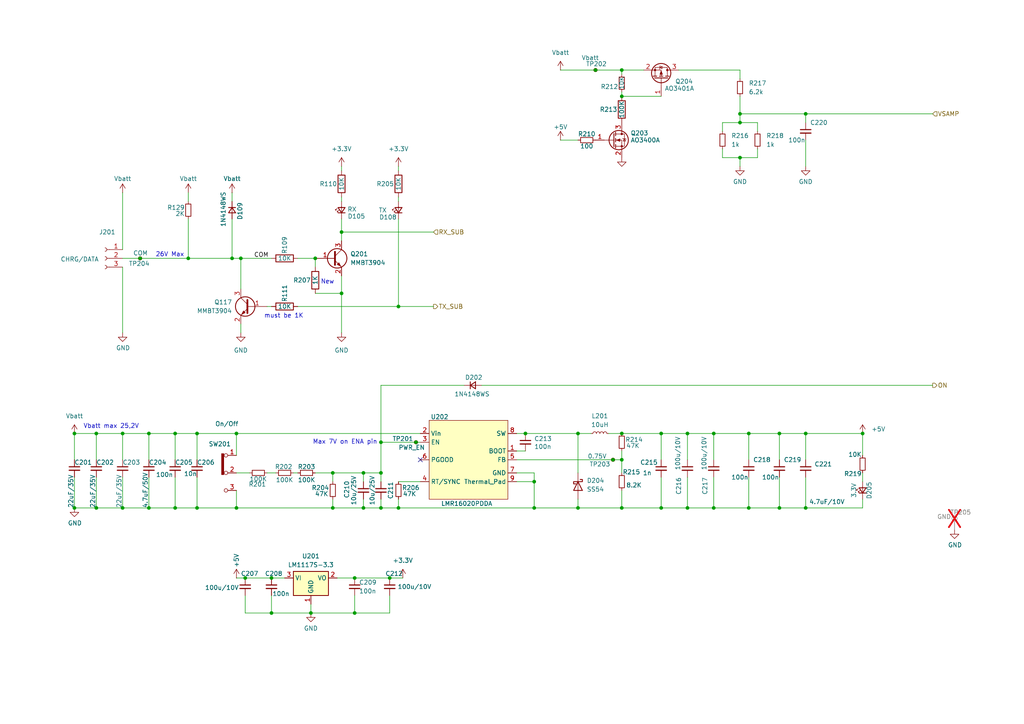
<source format=kicad_sch>
(kicad_sch (version 20250114) (generator "eeschema") (generator_version "9.0")
  (paper "A4")
  (lib_symbols
    (symbol "+3.3V_1" (power) (pin_numbers (hide yes)) (pin_names (offset 0) (hide yes))
      (property "Value" "+3.3V" (at 0 3.556 0))
      (symbol "+3.3V_1_0_1"
        (polyline (pts (xy -0.762 1.27) (xy 0 2.54)))
        (polyline (pts (xy 0 2.54) (xy 0.762 1.27)))
        (polyline (pts (xy 0 0) (xy 0 2.54)))
      )
      (symbol "+3.3V_1_1_1"
        (pin power_in line (at 0 0 90) (length 0) (name "~") (number "1"))
      )
    )
    (symbol "Connector:Conn_01x03_Socket" (pin_names (offset 1.016) (hide yes))
      (property "Reference" "J" (at 0 5.08 0))
      (property "Value" "Conn_01x03_Socket" (at 0 -5.08 0))
      (symbol "Conn_01x03_Socket_1_1"
        (polyline (pts (xy -1.27 2.54) (xy -0.508 2.54)) (stroke (width 0.1524)))
        (polyline (pts (xy -1.27 0) (xy -0.508 0)) (stroke (width 0.1524)))
        (polyline (pts (xy -1.27 -2.54) (xy -0.508 -2.54)) (stroke (width 0.1524)))
        (arc (start 0 2.032) (mid -0.5058 2.54) (end 0 3.048) (stroke (width 0.1524)))
        (arc (start 0 -0.508) (mid -0.5058 0) (end 0 0.508) (stroke (width 0.1524)))
        (arc (start 0 -3.048) (mid -0.5058 -2.54) (end 0 -2.032) (stroke (width 0.1524)))
        (pin passive line (at -5.08 2.54 0) (length 3.81) (name "Pin_1") (number "1"))
        (pin passive line (at -5.08 0 0) (length 3.81) (name "Pin_2") (number "2"))
        (pin passive line (at -5.08 -2.54 0) (length 3.81) (name "Pin_3") (number "3"))
      )
    )
    (symbol "Connector:TestPoint" (pin_numbers (hide yes)) (pin_names (offset 0.762) (hide yes))
      (property "Reference" "TP" (at 0 6.858 0))
      (property "Value" "TestPoint" (at 0 5.08 0))
      (symbol "TestPoint_0_1"
        (circle (center 0 3.302) (radius 0.762))
      )
      (symbol "TestPoint_1_1"
        (pin passive line (at 0 0 90) (length 2.54) (name "1") (number "1"))
      )
    )
    (symbol "Connector:TestPoint_Small" (pin_numbers (hide yes)) (pin_names (offset 0.762) (hide yes))
      (property "Reference" "TP" (at 0 3.81 0))
      (property "Value" "TestPoint_Small" (at 0 2.032 0))
      (symbol "TestPoint_Small_0_1"
        (circle (center 0 0) (radius 0.508))
      )
      (symbol "TestPoint_Small_1_1"
        (pin passive line (at 0 0 90) (length 0) (name "1") (number "1"))
      )
    )
    (symbol "Device:C_Small" (pin_numbers (hide yes)) (pin_names (offset 0.254) (hide yes))
      (property "Reference" "C" (at 0.254 1.778 0))
      (property "Value" "C_Small" (at 0.254 -2.032 0))
      (symbol "C_Small_0_1"
        (polyline (pts (xy -1.524 0.508) (xy 1.524 0.508)) (stroke (width 0.3048)))
        (polyline (pts (xy -1.524 -0.508) (xy 1.524 -0.508)) (stroke (width 0.3302)))
      )
      (symbol "C_Small_1_1"
        (pin passive line (at 0 2.54 270) (length 2.032) (name "~") (number "1"))
        (pin passive line (at 0 -2.54 90) (length 2.032) (name "~") (number "2"))
      )
    )
    (symbol "Device:D_Schottky" (pin_numbers (hide yes)) (pin_names (offset 1.016) (hide yes))
      (property "Reference" "D" (at 0 2.54 0))
      (property "Value" "D_Schottky" (at 0 -2.54 0))
      (symbol "D_Schottky_0_1"
        (polyline (pts (xy -1.905 0.635) (xy -1.905 1.27) (xy -1.27 1.27) (xy -1.27 -1.27) (xy -0.635 -1.27) (xy -0.635 -0.635)) (stroke (width 0.254)))
        (polyline (pts (xy 1.27 1.27) (xy 1.27 -1.27) (xy -1.27 0) (xy 1.27 1.27)) (stroke (width 0.254)))
        (polyline (pts (xy 1.27 0) (xy -1.27 0)))
      )
      (symbol "D_Schottky_1_1"
        (pin passive line (at -3.81 0 0) (length 2.54) (name "K") (number "1"))
        (pin passive line (at 3.81 0 180) (length 2.54) (name "A") (number "2"))
      )
    )
    (symbol "Device:D_Small" (pin_numbers (hide yes)) (pin_names (offset 0.254) (hide yes))
      (property "Reference" "D" (at -1.27 2.032 0))
      (property "Value" "D_Small" (at -3.81 -2.032 0))
      (symbol "D_Small_0_1"
        (polyline (pts (xy -0.762 0) (xy 0.762 0)))
        (polyline (pts (xy -0.762 -1.016) (xy -0.762 1.016)) (stroke (width 0.254)))
        (polyline (pts (xy 0.762 -1.016) (xy -0.762 0) (xy 0.762 1.016) (xy 0.762 -1.016)) (stroke (width 0.254)))
      )
      (symbol "D_Small_1_1"
        (pin passive line (at -2.54 0 0) (length 1.778) (name "K") (number "1"))
        (pin passive line (at 2.54 0 180) (length 1.778) (name "A") (number "2"))
      )
    )
    (symbol "Device:LED_Small" (pin_numbers (hide yes)) (pin_names (offset 0.254) (hide yes))
      (property "Reference" "D" (at -1.27 3.175 0))
      (property "Value" "LED_Small" (at -4.445 -2.54 0))
      (symbol "LED_Small_0_1"
        (polyline (pts (xy -0.762 -1.016) (xy -0.762 1.016)) (stroke (width 0.254)))
        (polyline (pts (xy 0 0.762) (xy -0.508 1.27) (xy -0.254 1.27) (xy -0.508 1.27) (xy -0.508 1.016)))
        (polyline (pts (xy 0.508 1.27) (xy 0 1.778) (xy 0.254 1.778) (xy 0 1.778) (xy 0 1.524)))
        (polyline (pts (xy 0.762 -1.016) (xy -0.762 0) (xy 0.762 1.016) (xy 0.762 -1.016)) (stroke (width 0.254)))
        (polyline (pts (xy 1.016 0) (xy -0.762 0)))
      )
      (symbol "LED_Small_1_1"
        (pin passive line (at -2.54 0 0) (length 1.778) (name "K") (number "1"))
        (pin passive line (at 2.54 0 180) (length 1.778) (name "A") (number "2"))
      )
    )
    (symbol "Device:L_Small" (pin_numbers (hide yes)) (pin_names (offset 0.254) (hide yes))
      (property "Reference" "L" (at 0.762 1.016 0))
      (property "Value" "L_Small" (at 0.762 -1.016 0))
      (symbol "L_Small_0_1"
        (arc (start 0 2.032) (mid 0.5058 1.524) (end 0 1.016))
        (arc (start 0 1.016) (mid 0.5058 0.508) (end 0 0))
        (arc (start 0 0) (mid 0.5058 -0.508) (end 0 -1.016))
        (arc (start 0 -1.016) (mid 0.5058 -1.524) (end 0 -2.032))
      )
      (symbol "L_Small_1_1"
        (pin passive line (at 0 2.54 270) (length 0.508) (name "~") (number "1"))
        (pin passive line (at 0 -2.54 90) (length 0.508) (name "~") (number "2"))
      )
    )
    (symbol "Device:R" (pin_numbers (hide yes)) (pin_names (offset 0))
      (property "Reference" "R" (at 2.032 0 90))
      (property "Value" "R" (at 0 0 90))
      (symbol "R_0_1"
        (rectangle (start -1.016 -2.54) (end 1.016 2.54) (stroke (width 0.254)))
      )
      (symbol "R_1_1"
        (pin passive line (at 0 3.81 270) (length 1.27) (name "~") (number "1"))
        (pin passive line (at 0 -3.81 90) (length 1.27) (name "~") (number "2"))
      )
    )
    (symbol "Device:R_Small" (pin_numbers (hide yes)) (pin_names (offset 0.254) (hide yes))
      (property "Reference" "R" (at 0.762 0.508 0))
      (property "Value" "R_Small" (at 0.762 -1.016 0))
      (symbol "R_Small_0_1"
        (rectangle (start -0.762 1.778) (end 0.762 -1.778) (stroke (width 0.2032)))
      )
      (symbol "R_Small_1_1"
        (pin passive line (at 0 2.54 270) (length 0.762) (name "~") (number "1"))
        (pin passive line (at 0 -2.54 90) (length 0.762) (name "~") (number "2"))
      )
    )
    (symbol "NicE:LMR16020"
      (property "Reference" "U" (at -11.43 13.97 0))
      (property "Value" "LMR16020PDDA" (at 0 6.604 0))
      (symbol "LMR16020_1_1"
        (rectangle (start -12.7 12.7) (end 10.16 -10.16) (fill (type background)))
        (pin input line (at -15.24 8.89 0) (length 2.54) (name "Vin") (number "2"))
        (pin passive line (at -15.24 6.35 0) (length 2.54) (name "EN") (number "3"))
        (pin output line (at -15.24 1.27 0) (length 2.54) (name "PGOOD") (number "6"))
        (pin input line (at -15.24 -5.08 0) (length 2.54) (name "RT/SYNC") (number "4"))
        (pin output line (at 12.7 8.89 180) (length 2.54) (name "SW") (number "8"))
        (pin passive line (at 12.7 3.81 180) (length 2.54) (name "BOOT") (number "1"))
        (pin input line (at 12.7 1.27 180) (length 2.54) (name "FB") (number "5"))
        (pin passive line (at 12.7 -2.54 180) (length 2.54) (name "GND") (number "7"))
        (pin passive line (at 12.7 -5.08 180) (length 2.54) (name "Thermal_Pad") (number "9"))
      )
    )
    (symbol "NicE:SW_slide_SP"
      (property "Reference" "SW" (at 1.524 6.858 0))
      (property "Value" "?" (at 2.54 0 0))
      (symbol "SW_slide_SP_0_0"
        (circle (center 0.508 5.08) (radius 0.508))
        (circle (center 0.508 -5.08) (radius 0.508))
      )
      (symbol "SW_slide_SP_0_1"
        (circle (center 0.508 0) (radius 0.508))
      )
      (symbol "SW_slide_SP_1_1"
        (rectangle (start 1.143 5.588) (end 1.778 -0.508) (fill (type outline)))
        (pin passive line (at -2.54 5.08 0) (length 2.54) (name "") (number "1"))
        (pin passive line (at -2.54 0 0) (length 2.54) (name "") (number "2"))
        (pin passive line (at -2.54 -5.08 0) (length 2.54) (name "") (number "3"))
      )
    )
    (symbol "Regulator_Linear:LM1117DT-3.3"
      (property "Reference" "U" (at -3.81 3.175 0))
      (property "Value" "LM1117DT-3.3" (at 0 3.175 0))
      (symbol "LM1117DT-3.3_0_1"
        (rectangle (start -5.08 -5.08) (end 5.08 1.905) (stroke (width 0.254)) (fill (type background)))
      )
      (symbol "LM1117DT-3.3_1_1"
        (pin power_in line (at -7.62 0 0) (length 2.54) (name "VI") (number "3"))
        (pin power_in line (at 0 -7.62 90) (length 2.54) (name "GND") (number "1"))
        (pin power_out line (at 7.62 0 180) (length 2.54) (name "VO") (number "2"))
      )
    )
    (symbol "Transistor_BJT:BC847" (pin_names (offset 0) (hide yes))
      (property "Reference" "Q" (at 5.08 1.905 0))
      (property "Value" "BC847" (at 5.08 0 0))
      (symbol "BC847_0_1"
        (polyline (pts (xy 0.635 1.905) (xy 0.635 -1.905) (xy 0.635 -1.905)) (stroke (width 0.508)))
        (polyline (pts (xy 0.635 0.635) (xy 2.54 2.54)))
        (polyline (pts (xy 0.635 -0.635) (xy 2.54 -2.54) (xy 2.54 -2.54)))
        (circle (center 1.27 0) (radius 2.8194) (stroke (width 0.254)))
        (polyline (pts (xy 1.27 -1.778) (xy 1.778 -1.27) (xy 2.286 -2.286) (xy 1.27 -1.778) (xy 1.27 -1.778)) (fill (type outline)))
      )
      (symbol "BC847_1_1"
        (pin input line (at -5.08 0 0) (length 5.715) (name "B") (number "1"))
        (pin passive line (at 2.54 5.08 270) (length 2.54) (name "C") (number "3"))
        (pin passive line (at 2.54 -5.08 90) (length 2.54) (name "E") (number "2"))
      )
    )
    (symbol "Transistor_FET:2N7002" (pin_names (hide yes))
      (property "Reference" "Q" (at 5.08 1.905 0))
      (property "Value" "2N7002" (at 5.08 0 0))
      (symbol "2N7002_0_1"
        (polyline (pts (xy 0.254 1.905) (xy 0.254 -1.905)) (stroke (width 0.254)))
        (polyline (pts (xy 0.254 0) (xy -2.54 0)))
        (polyline (pts (xy 0.762 2.286) (xy 0.762 1.27)) (stroke (width 0.254)))
        (polyline (pts (xy 0.762 0.508) (xy 0.762 -0.508)) (stroke (width 0.254)))
        (polyline (pts (xy 0.762 -1.27) (xy 0.762 -2.286)) (stroke (width 0.254)))
        (polyline (pts (xy 0.762 -1.778) (xy 3.302 -1.778) (xy 3.302 1.778) (xy 0.762 1.778)))
        (polyline (pts (xy 1.016 0) (xy 2.032 0.381) (xy 2.032 -0.381) (xy 1.016 0)) (fill (type outline)))
        (circle (center 1.651 0) (radius 2.794) (stroke (width 0.254)))
        (polyline (pts (xy 2.54 2.54) (xy 2.54 1.778)))
        (circle (center 2.54 1.778) (radius 0.254) (fill (type outline)))
        (circle (center 2.54 -1.778) (radius 0.254) (fill (type outline)))
        (polyline (pts (xy 2.54 -2.54) (xy 2.54 0) (xy 0.762 0)))
        (polyline (pts (xy 2.794 0.508) (xy 2.921 0.381) (xy 3.683 0.381) (xy 3.81 0.254)))
        (polyline (pts (xy 3.302 0.381) (xy 2.921 -0.254) (xy 3.683 -0.254) (xy 3.302 0.381)))
      )
      (symbol "2N7002_1_1"
        (pin input line (at -5.08 0 0) (length 2.54) (name "G") (number "1"))
        (pin passive line (at 2.54 5.08 270) (length 2.54) (name "D") (number "3"))
        (pin passive line (at 2.54 -5.08 90) (length 2.54) (name "S") (number "2"))
      )
    )
    (symbol "Transistor_FET:AO3401A" (pin_names (hide yes))
      (property "Reference" "Q" (at 5.08 1.905 0))
      (property "Value" "AO3401A" (at 5.08 0 0))
      (symbol "AO3401A_0_1"
        (polyline (pts (xy 0.254 1.905) (xy 0.254 -1.905)) (stroke (width 0.254)))
        (polyline (pts (xy 0.254 0) (xy -2.54 0)))
        (polyline (pts (xy 0.762 2.286) (xy 0.762 1.27)) (stroke (width 0.254)))
        (polyline (pts (xy 0.762 1.778) (xy 3.302 1.778) (xy 3.302 -1.778) (xy 0.762 -1.778)))
        (polyline (pts (xy 0.762 0.508) (xy 0.762 -0.508)) (stroke (width 0.254)))
        (polyline (pts (xy 0.762 -1.27) (xy 0.762 -2.286)) (stroke (width 0.254)))
        (circle (center 1.651 0) (radius 2.794) (stroke (width 0.254)))
        (polyline (pts (xy 2.286 0) (xy 1.27 0.381) (xy 1.27 -0.381) (xy 2.286 0)) (fill (type outline)))
        (polyline (pts (xy 2.54 2.54) (xy 2.54 1.778)))
        (circle (center 2.54 1.778) (radius 0.254) (fill (type outline)))
        (circle (center 2.54 -1.778) (radius 0.254) (fill (type outline)))
        (polyline (pts (xy 2.54 -2.54) (xy 2.54 0) (xy 0.762 0)))
        (polyline (pts (xy 2.794 -0.508) (xy 2.921 -0.381) (xy 3.683 -0.381) (xy 3.81 -0.254)))
        (polyline (pts (xy 3.302 -0.381) (xy 2.921 0.254) (xy 3.683 0.254) (xy 3.302 -0.381)))
      )
      (symbol "AO3401A_1_1"
        (pin input line (at -5.08 0 0) (length 2.54) (name "G") (number "1"))
        (pin passive line (at 2.54 5.08 270) (length 2.54) (name "D") (number "3"))
        (pin passive line (at 2.54 -5.08 90) (length 2.54) (name "S") (number "2"))
      )
    )
    (symbol "power:+3.3V" (power) (pin_names (offset 0))
      (property "Value" "+3.3V" (at 0 3.556 0))
      (symbol "+3.3V_0_1"
        (polyline (pts (xy -0.762 1.27) (xy 0 2.54)))
        (polyline (pts (xy 0 2.54) (xy 0.762 1.27)))
        (polyline (pts (xy 0 0) (xy 0 2.54)))
      )
      (symbol "+3.3V_1_1"
        (pin power_in line (at 0 0 90) (length 0) (hide yes) (name "+3.3V") (number "1"))
      )
    )
    (symbol "power:GND" (power) (pin_names (offset 0))
      (property "Value" "GND" (at 0 -3.81 0))
      (symbol "GND_0_1"
        (polyline (pts (xy 0 0) (xy 0 -1.27) (xy 1.27 -1.27) (xy 0 -2.54) (xy -1.27 -1.27) (xy 0 -1.27)))
      )
      (symbol "GND_1_1"
        (pin power_in line (at 0 0 270) (length 0) (hide yes) (name "GND") (number "1"))
      )
    )
  )
  (text "Max 7V on ENA pin" (at 100.076 128.27 0) (effects (font (size 1.27 1.27))))
  (text "Vbatt max 25,2V" (at 32.258 123.698 0) (effects (font (size 1.27 1.27))))
  (text "must be 1K " (at 82.804 91.694 0) (effects (font (size 1.27 1.27))))
  (text "26V Max" (at 49.276 73.914 0) (effects (font (size 1.27 1.27))))
  (text "New" (at 94.996 81.788 0) (effects (font (size 1.27 1.27))))
  (junction (at 191.77 147.32))
  (junction (at 154.94 139.7))
  (junction (at 115.57 147.32))
  (junction (at 54.61 74.93))
  (junction (at 233.68 147.32))
  (junction (at 68.58 125.73))
  (junction (at 199.39 147.32))
  (junction (at 226.06 147.32))
  (junction (at 250.19 125.73))
  (junction (at 110.49 147.32))
  (junction (at 217.17 147.32))
  (junction (at 180.34 133.35))
  (junction (at 180.34 147.32))
  (junction (at 99.06 85.09))
  (junction (at 90.17 177.8))
  (junction (at 96.52 147.32))
  (junction (at 199.39 125.73))
  (junction (at 180.34 125.73))
  (junction (at 50.8 147.32))
  (junction (at 167.64 125.73))
  (junction (at 99.06 67.31))
  (junction (at 214.63 45.72))
  (junction (at 180.34 20.32))
  (junction (at 96.52 137.16))
  (junction (at 177.8 133.35))
  (junction (at 233.68 125.73))
  (junction (at 50.8 125.73))
  (junction (at 214.63 35.56))
  (junction (at 27.94 125.73))
  (junction (at 180.34 27.94))
  (junction (at 207.01 125.73))
  (junction (at 43.18 147.32))
  (junction (at 233.68 33.02))
  (junction (at 214.63 33.02))
  (junction (at 120.65 128.27))
  (junction (at 21.59 147.32))
  (junction (at 27.94 147.32))
  (junction (at 115.57 88.9))
  (junction (at 152.4 125.73))
  (junction (at 154.94 147.32))
  (junction (at 40.64 74.93))
  (junction (at 21.59 125.73))
  (junction (at 167.64 147.32))
  (junction (at 102.87 167.64))
  (junction (at 191.77 125.73))
  (junction (at 172.72 20.32))
  (junction (at 113.03 167.64))
  (junction (at 78.74 167.64))
  (junction (at 71.12 167.64))
  (junction (at 57.15 125.73))
  (junction (at 68.58 147.32))
  (junction (at 110.49 137.16))
  (junction (at 43.18 125.73))
  (junction (at 78.74 177.8))
  (junction (at 57.15 147.32))
  (junction (at 110.49 128.27))
  (junction (at 105.41 137.16))
  (junction (at 35.56 147.32))
  (junction (at 105.41 147.32))
  (junction (at 102.87 177.8))
  (junction (at 226.06 125.73))
  (junction (at 207.01 147.32))
  (junction (at 35.56 125.73))
  (junction (at 217.17 125.73))
  (junction (at 67.31 74.93))
  (junction (at 69.85 74.93))
  (junction (at 91.44 74.93))
  (no_connect (at 121.92 133.35))
  (wire (pts (xy 35.56 55.88) (xy 35.56 72.39)))
  (wire (pts (xy 115.57 63.5) (xy 115.57 88.9)))
  (wire (pts (xy 21.59 147.32) (xy 27.94 147.32)))
  (wire (pts (xy 86.36 74.93) (xy 91.44 74.93)))
  (wire (pts (xy 96.52 137.16) (xy 105.41 137.16)))
  (wire (pts (xy 57.15 125.73) (xy 68.58 125.73)))
  (wire (pts (xy 149.86 130.81) (xy 152.4 130.81)))
  (wire (pts (xy 180.34 27.94) (xy 191.77 27.94)))
  (wire (pts (xy 77.47 137.16) (xy 80.01 137.16)))
  (wire (pts (xy 167.64 144.78) (xy 167.64 147.32)))
  (wire (pts (xy 43.18 125.73) (xy 50.8 125.73)))
  (wire (pts (xy 167.64 147.32) (xy 180.34 147.32)))
  (wire (pts (xy 105.41 144.78) (xy 105.41 147.32)))
  (wire (pts (xy 113.03 167.64) (xy 116.84 167.64)))
  (wire (pts (xy 54.61 55.88) (xy 54.61 58.42)))
  (wire (pts (xy 27.94 138.43) (xy 27.94 147.32)))
  (wire (pts (xy 67.31 74.93) (xy 69.85 74.93)))
  (wire (pts (xy 162.56 40.64) (xy 167.64 40.64)))
  (wire (pts (xy 250.19 144.78) (xy 250.19 147.32)))
  (wire (pts (xy 226.06 125.73) (xy 233.68 125.73)))
  (wire (pts (xy 90.17 177.8) (xy 90.17 175.26)))
  (wire (pts (xy 78.74 172.72) (xy 78.74 177.8)))
  (wire (pts (xy 233.68 125.73) (xy 250.19 125.73)))
  (wire (pts (xy 35.56 125.73) (xy 35.56 133.35)))
  (wire (pts (xy 207.01 125.73) (xy 207.01 133.35)))
  (wire (pts (xy 96.52 147.32) (xy 105.41 147.32)))
  (wire (pts (xy 27.94 147.32) (xy 35.56 147.32)))
  (wire (pts (xy 180.34 130.81) (xy 180.34 133.35)))
  (wire (pts (xy 191.77 147.32) (xy 199.39 147.32)))
  (wire (pts (xy 110.49 137.16) (xy 110.49 139.7)))
  (wire (pts (xy 214.63 27.94) (xy 214.63 33.02)))
  (wire (pts (xy 110.49 128.27) (xy 120.65 128.27)))
  (wire (pts (xy 217.17 138.43) (xy 217.17 147.32)))
  (wire (pts (xy 35.56 77.47) (xy 35.56 96.52)))
  (wire (pts (xy 180.34 125.73) (xy 191.77 125.73)))
  (wire (pts (xy 21.59 125.73) (xy 21.59 133.35)))
  (wire (pts (xy 99.06 49.53) (xy 99.06 48.26)))
  (wire (pts (xy 110.49 111.76) (xy 110.49 128.27)))
  (wire (pts (xy 154.94 147.32) (xy 167.64 147.32)))
  (wire (pts (xy 209.55 35.56) (xy 209.55 38.1)))
  (wire (pts (xy 105.41 137.16) (xy 110.49 137.16)))
  (wire (pts (xy 35.56 125.73) (xy 43.18 125.73)))
  (wire (pts (xy 233.68 138.43) (xy 233.68 147.32)))
  (wire (pts (xy 199.39 138.43) (xy 199.39 147.32)))
  (wire (pts (xy 67.31 55.88) (xy 67.31 58.42)))
  (wire (pts (xy 217.17 125.73) (xy 226.06 125.73)))
  (wire (pts (xy 78.74 177.8) (xy 71.12 177.8)))
  (wire (pts (xy 199.39 125.73) (xy 199.39 133.35)))
  (wire (pts (xy 91.44 74.93) (xy 91.44 77.47)))
  (wire (pts (xy 115.57 147.32) (xy 154.94 147.32)))
  (wire (pts (xy 91.44 137.16) (xy 96.52 137.16)))
  (wire (pts (xy 226.06 147.32) (xy 233.68 147.32)))
  (wire (pts (xy 214.63 33.02) (xy 233.68 33.02)))
  (wire (pts (xy 78.74 88.9) (xy 77.47 88.9)))
  (wire (pts (xy 69.85 74.93) (xy 69.85 83.82)))
  (wire (pts (xy 176.53 125.73) (xy 180.34 125.73)))
  (wire (pts (xy 68.58 137.16) (xy 72.39 137.16)))
  (wire (pts (xy 35.56 74.93) (xy 40.64 74.93)))
  (wire (pts (xy 214.63 45.72) (xy 219.71 45.72)))
  (wire (pts (xy 226.06 147.32) (xy 226.06 138.43)))
  (wire (pts (xy 115.57 139.7) (xy 121.92 139.7)))
  (wire (pts (xy 57.15 125.73) (xy 50.8 125.73)))
  (wire (pts (xy 191.77 125.73) (xy 191.77 133.35)))
  (wire (pts (xy 214.63 45.72) (xy 214.63 48.26)))
  (wire (pts (xy 250.19 147.32) (xy 233.68 147.32)))
  (wire (pts (xy 199.39 147.32) (xy 207.01 147.32)))
  (wire (pts (xy 21.59 125.73) (xy 27.94 125.73)))
  (wire (pts (xy 250.19 137.16) (xy 250.19 139.7)))
  (wire (pts (xy 167.64 125.73) (xy 171.45 125.73)))
  (wire (pts (xy 50.8 147.32) (xy 57.15 147.32)))
  (wire (pts (xy 180.34 133.35) (xy 180.34 137.16)))
  (wire (pts (xy 152.4 125.73) (xy 167.64 125.73)))
  (wire (pts (xy 180.34 20.32) (xy 186.69 20.32)))
  (wire (pts (xy 43.18 147.32) (xy 50.8 147.32)))
  (wire (pts (xy 105.41 137.16) (xy 105.41 139.7)))
  (wire (pts (xy 233.68 33.02) (xy 270.51 33.02)))
  (wire (pts (xy 154.94 137.16) (xy 154.94 139.7)))
  (wire (pts (xy 177.8 133.35) (xy 180.34 133.35)))
  (wire (pts (xy 27.94 125.73) (xy 35.56 125.73)))
  (wire (pts (xy 191.77 138.43) (xy 191.77 147.32)))
  (wire (pts (xy 113.03 177.8) (xy 113.03 172.72)))
  (wire (pts (xy 85.09 137.16) (xy 86.36 137.16)))
  (wire (pts (xy 99.06 57.15) (xy 99.06 58.42)))
  (wire (pts (xy 97.79 167.64) (xy 102.87 167.64)))
  (wire (pts (xy 27.94 125.73) (xy 27.94 133.35)))
  (wire (pts (xy 99.06 67.31) (xy 99.06 69.85)))
  (wire (pts (xy 250.19 125.73) (xy 250.19 132.08)))
  (wire (pts (xy 219.71 35.56) (xy 214.63 35.56)))
  (wire (pts (xy 68.58 142.24) (xy 68.58 147.32)))
  (wire (pts (xy 149.86 133.35) (xy 177.8 133.35)))
  (wire (pts (xy 207.01 147.32) (xy 217.17 147.32)))
  (wire (pts (xy 110.49 147.32) (xy 115.57 147.32)))
  (wire (pts (xy 217.17 147.32) (xy 226.06 147.32)))
  (wire (pts (xy 219.71 38.1) (xy 219.71 35.56)))
  (wire (pts (xy 68.58 125.73) (xy 68.58 132.08)))
  (wire (pts (xy 90.17 177.8) (xy 102.87 177.8)))
  (wire (pts (xy 102.87 167.64) (xy 113.03 167.64)))
  (wire (pts (xy 102.87 177.8) (xy 113.03 177.8)))
  (wire (pts (xy 69.85 74.93) (xy 78.74 74.93)))
  (wire (pts (xy 115.57 57.15) (xy 115.57 58.42)))
  (wire (pts (xy 99.06 63.5) (xy 99.06 67.31)))
  (wire (pts (xy 69.85 96.52) (xy 69.85 93.98)))
  (wire (pts (xy 191.77 125.73) (xy 199.39 125.73)))
  (wire (pts (xy 214.63 33.02) (xy 214.63 35.56)))
  (wire (pts (xy 217.17 125.73) (xy 217.17 133.35)))
  (wire (pts (xy 180.34 20.32) (xy 180.34 21.59)))
  (wire (pts (xy 149.86 137.16) (xy 154.94 137.16)))
  (wire (pts (xy 214.63 35.56) (xy 209.55 35.56)))
  (wire (pts (xy 115.57 48.26) (xy 115.57 49.53)))
  (wire (pts (xy 209.55 43.18) (xy 209.55 45.72)))
  (wire (pts (xy 115.57 88.9) (xy 125.73 88.9)))
  (wire (pts (xy 96.52 144.78) (xy 96.52 147.32)))
  (wire (pts (xy 199.39 125.73) (xy 207.01 125.73)))
  (wire (pts (xy 172.72 20.32) (xy 180.34 20.32)))
  (wire (pts (xy 68.58 147.32) (xy 96.52 147.32)))
  (wire (pts (xy 226.06 125.73) (xy 226.06 133.35)))
  (wire (pts (xy 214.63 45.72) (xy 209.55 45.72)))
  (wire (pts (xy 110.49 147.32) (xy 105.41 147.32)))
  (wire (pts (xy 180.34 26.67) (xy 180.34 27.94)))
  (wire (pts (xy 207.01 125.73) (xy 217.17 125.73)))
  (wire (pts (xy 43.18 138.43) (xy 43.18 147.32)))
  (wire (pts (xy 99.06 67.31) (xy 125.73 67.31)))
  (wire (pts (xy 149.86 139.7) (xy 154.94 139.7)))
  (wire (pts (xy 180.34 147.32) (xy 180.34 142.24)))
  (wire (pts (xy 180.34 147.32) (xy 191.77 147.32)))
  (wire (pts (xy 21.59 138.43) (xy 21.59 147.32)))
  (wire (pts (xy 71.12 177.8) (xy 71.12 172.72)))
  (wire (pts (xy 68.58 167.64) (xy 71.12 167.64)))
  (wire (pts (xy 110.49 128.27) (xy 110.49 137.16)))
  (wire (pts (xy 43.18 125.73) (xy 43.18 133.35)))
  (wire (pts (xy 219.71 43.18) (xy 219.71 45.72)))
  (wire (pts (xy 35.56 138.43) (xy 35.56 147.32)))
  (wire (pts (xy 54.61 74.93) (xy 40.64 74.93)))
  (wire (pts (xy 68.58 125.73) (xy 121.92 125.73)))
  (wire (pts (xy 86.36 88.9) (xy 115.57 88.9)))
  (wire (pts (xy 162.56 20.32) (xy 172.72 20.32)))
  (wire (pts (xy 110.49 144.78) (xy 110.49 147.32)))
  (wire (pts (xy 50.8 125.73) (xy 50.8 133.35)))
  (wire (pts (xy 57.15 125.73) (xy 57.15 133.35)))
  (wire (pts (xy 233.68 125.73) (xy 233.68 133.35)))
  (wire (pts (xy 120.65 128.27) (xy 121.92 128.27)))
  (wire (pts (xy 207.01 138.43) (xy 207.01 147.32)))
  (wire (pts (xy 54.61 63.5) (xy 54.61 74.93)))
  (wire (pts (xy 115.57 144.78) (xy 115.57 147.32)))
  (wire (pts (xy 196.85 20.32) (xy 214.63 20.32)))
  (wire (pts (xy 233.68 40.64) (xy 233.68 48.26)))
  (wire (pts (xy 67.31 74.93) (xy 54.61 74.93)))
  (wire (pts (xy 35.56 147.32) (xy 43.18 147.32)))
  (wire (pts (xy 99.06 80.01) (xy 99.06 85.09)))
  (wire (pts (xy 102.87 172.72) (xy 102.87 177.8)))
  (wire (pts (xy 233.68 33.02) (xy 233.68 35.56)))
  (wire (pts (xy 139.7 111.76) (xy 270.51 111.76)))
  (wire (pts (xy 99.06 85.09) (xy 99.06 96.52)))
  (wire (pts (xy 78.74 167.64) (xy 82.55 167.64)))
  (wire (pts (xy 90.17 177.8) (xy 78.74 177.8)))
  (wire (pts (xy 71.12 167.64) (xy 78.74 167.64)))
  (wire (pts (xy 67.31 63.5) (xy 67.31 74.93)))
  (wire (pts (xy 110.49 111.76) (xy 134.62 111.76)))
  (wire (pts (xy 50.8 138.43) (xy 50.8 147.32)))
  (wire (pts (xy 214.63 20.32) (xy 214.63 22.86)))
  (wire (pts (xy 154.94 139.7) (xy 154.94 147.32)))
  (wire (pts (xy 57.15 138.43) (xy 57.15 147.32)))
  (wire (pts (xy 57.15 147.32) (xy 68.58 147.32)))
  (wire (pts (xy 96.52 137.16) (xy 96.52 139.7)))
  (wire (pts (xy 149.86 125.73) (xy 152.4 125.73)))
  (wire (pts (xy 91.44 85.09) (xy 99.06 85.09)))
  (wire (pts (xy 167.64 125.73) (xy 167.64 137.16)))
  (label "COM" (at 73.66 74.93 0))
  (hierarchical_label "ON" (shape output) (at 270.51 111.76 0))
  (hierarchical_label "RX_SUB" (shape input) (at 125.73 67.31 0))
  (hierarchical_label "VSAMP" (shape input) (at 270.51 33.02 0))
  (hierarchical_label "TX_SUB" (shape output) (at 125.73 88.9 0))
  (symbol (lib_id "Device:R") (at 82.55 88.9 90) (unit 1)
    (property "Reference" "R111" (at 82.55 87.63 0) (effects (justify left)))
    (property "Value" "10K" (at 82.55 88.9 90))
    (property "Footprint" "A_Device:R_0603" (effects (hide yes)))
    (property "Farnell" "2331736" (effects (hide yes)))
    (property "MF" "TE CONNECTIVITY" (effects (hide yes)))
    (property "MFN" "CRGH0603F10K" (effects (hide yes)))
    (property "LCSC" "C25804" (effects (hide yes)))
  )
  (symbol (lib_id "Device:D_Schottky") (at 167.64 140.97 270) (unit 1)
    (property "Reference" "D204" (at 170.18 139.3824 90) (effects (justify left)))
    (property "Value" "SS54" (at 170.18 141.9224 90) (effects (justify left)))
    (property "Footprint" "Diode_SMD:D_SMA" (effects (hide yes)))
    (property "Datasheet" "https://www.lcsc.com/datasheet/lcsc_datasheet_2407101107_MDD-Microdiode-Semiconductor-SS54_C22452.pdf" (effects (hide yes)))
    (property "Description" "Schottky diode" (effects (hide yes)))
    (property "LCSC" "C22452" (effects (hide yes)))
  )
  (symbol (lib_id "Device:R_Small") (at 209.55 40.64 0) (unit 1)
    (property "Reference" "R216" (at 212.09 39.37 0) (effects (justify left)))
    (property "Value" "1k" (at 212.09 41.91 0) (effects (justify left)))
    (property "Footprint" "A_Device:R_0603" (effects (hide yes)))
    (property "LCSC" "C21190" (effects (hide yes)))
  )
  (symbol (lib_id "Connector:TestPoint_Small") (at 177.8 133.35 0) (unit 1) (in_bom no)
    (property "Reference" "TP203" (at 170.942 134.62 0) (effects (justify left)))
    (property "Value" "0.75V" (at 170.434 132.334 0) (effects (justify left)))
    (property "Footprint" "A_Pads_Pins:Testpad_1.4" (effects (hide yes)))
    (property "Description" "test point" (effects (hide yes)))
  )
  (symbol (lib_id "Device:C_Small") (at 191.77 135.89 0) (unit 1)
    (property "Reference" "C215" (at 185.674 134.112 0) (effects (justify left)))
    (property "Value" "1n" (at 186.436 137.16 0) (effects (justify left)))
    (property "Footprint" "A_Device:C_0603" (effects (hide yes)))
    (property "LCSC" "C1588" (effects (hide yes)))
  )
  (symbol (lib_id "power:GND") (at 90.17 177.8 0) (unit 1)
    (property "Reference" "#PWR0206" (effects (hide yes)))
    (property "Value" "GND" (at 90.17 182.245 0))
  )
  (symbol (lib_id "Device:D_Small") (at 137.16 111.76 0) (mirror x) (unit 1)
    (property "Reference" "D202" (at 137.414 109.474 0))
    (property "Value" "1N4148WS" (at 136.906 114.3 0))
    (property "Footprint" "A_Device:D_SOD-323_1.8x1.4x1.15" (effects (hide yes)))
    (property "Sim.Device" "D" (effects (hide yes)))
    (property "Sim.Pins" "1=K 2=A" (effects (hide yes)))
    (property "LCSC" "C2128" (effects (hide yes)))
  )
  (symbol (lib_id "Device:C_Small") (at 35.56 135.89 0) (unit 1)
    (property "Reference" "C203" (at 35.56 134.112 0) (effects (justify left)))
    (property "Value" "22uF/35V" (at 34.544 147.32 90) (effects (justify left)))
    (property "Footprint" "Capacitor_SMD:C_1206_3216Metric" (effects (hide yes)))
    (property "Description" "Unpolarized capacitor, small symbol" (effects (hide yes)))
    (property "LCSC" "C6119969" (effects (hide yes)))
  )
  (symbol (lib_id "Device:C_Small") (at 233.68 38.1 0) (unit 1)
    (property "Reference" "C220" (at 234.95 35.56 0) (effects (justify left)))
    (property "Value" "100n" (at 228.6 40.64 0) (effects (justify left)))
    (property "Footprint" "A_Device:C_0603" (effects (hide yes)))
    (property "LCSC" "C14663" (effects (hide yes)))
  )
  (symbol (lib_id "Device:R_Small") (at 180.34 139.7 0) (unit 1)
    (property "Reference" "R215" (at 180.594 136.906 0) (effects (justify left)))
    (property "Value" "8.2K" (at 181.61 140.716 0) (effects (justify left)))
    (property "Footprint" "A_Device:R_0603" (effects (hide yes)))
    (property "Description" "Resistor, small symbol" (effects (hide yes)))
  )
  (symbol (lib_id "Connector:TestPoint_Small") (at 40.64 74.93 0) (unit 1) (in_bom no)
    (property "Reference" "TP204" (at 37.338 76.454 0) (effects (justify left)))
    (property "Value" "COM" (at 38.608 73.406 0) (effects (justify left)))
    (property "Footprint" "A_Pads_Pins:Testpad_1.4" (effects (hide yes)))
    (property "Description" "test point" (effects (hide yes)))
  )
  (symbol (lib_id "Device:D_Small") (at 67.31 60.96 90) (mirror x) (unit 1)
    (property "Reference" "D109" (at 69.596 61.214 0))
    (property "Value" "1N4148WS" (at 64.77 60.706 0))
    (property "Footprint" "A_Device:D_SOD-323_1.8x1.4x1.15" (effects (hide yes)))
    (property "Sim.Device" "D" (effects (hide yes)))
    (property "Sim.Pins" "1=K 2=A" (effects (hide yes)))
    (property "LCSC" "C2128" (effects (hide yes)))
  )
  (symbol (lib_id "Device:R_Small") (at 96.52 142.24 0) (mirror y) (unit 1)
    (property "Reference" "R204" (at 95.504 141.478 0) (effects (justify left)))
    (property "Value" "47K" (at 95.25 143.256 0) (effects (justify left)))
    (property "Footprint" "A_Device:R_0603" (effects (hide yes)))
    (property "Description" "Resistor, small symbol" (effects (hide yes)))
  )
  (symbol (lib_id "power:+3.3V") (at 115.57 48.26 0) (unit 1)
    (property "Reference" "#PWR0136" (effects (hide yes)))
    (property "Value" "+3.3V" (at 115.57 43.18 0))
  )
  (symbol (lib_id "Device:C_Small") (at 21.59 135.89 0) (unit 1)
    (property "Reference" "C201" (at 21.59 134.112 0) (effects (justify left)))
    (property "Value" "22uF/35V" (at 20.574 147.32 90) (effects (justify left)))
    (property "Footprint" "Capacitor_SMD:C_1206_3216Metric" (effects (hide yes)))
    (property "Description" "Unpolarized capacitor, small symbol" (effects (hide yes)))
    (property "LCSC" "C6119969" (effects (hide yes)))
  )
  (symbol (lib_id "Device:C_Small") (at 78.74 170.18 0) (unit 1)
    (property "Reference" "C208" (at 76.835 166.37 0) (effects (justify left)))
    (property "Value" "100n" (at 78.994 172.212 0) (effects (justify left)))
    (property "Footprint" "A_Device:C_0603" (effects (hide yes)))
    (property "LCSC" "C14663" (effects (hide yes)))
  )
  (symbol (lib_id "power:GND") (at 233.68 48.26 0) (unit 1)
    (property "Reference" "#PWR0218" (effects (hide yes)))
    (property "Value" "GND" (at 233.68 52.705 0))
  )
  (symbol (lib_id "Device:R_Small") (at 180.34 24.13 180) (unit 1)
    (property "Reference" "R212" (at 179.324 25.146 0) (effects (justify left)))
    (property "Value" "10K" (at 180.34 22.098 90) (effects (justify left)))
    (property "Footprint" "A_Device:R_0603" (effects (hide yes)))
    (property "Description" "Resistor, small symbol" (effects (hide yes)))
    (property "LCSC" "C25804" (effects (hide yes)))
  )
  (symbol (lib_id "Device:R_Small") (at 88.9 137.16 270) (mirror x) (unit 1)
    (property "Reference" "R203" (at 86.36 135.382 90) (effects (justify left)))
    (property "Value" "100K" (at 86.36 139.192 90) (effects (justify left)))
    (property "Footprint" "A_Device:R_0603" (effects (hide yes)))
    (property "Description" "Resistor, small symbol" (effects (hide yes)))
    (property "LCSC" "C25804" (effects (hide yes)))
  )
  (symbol (lib_id "Transistor_BJT:BC847") (at 96.52 74.93 0) (unit 1)
    (property "Reference" "Q201" (at 101.6 73.6599 0) (effects (justify left)))
    (property "Value" "MMBT3904" (at 101.6 76.1999 0) (effects (justify left)))
    (property "Footprint" "Package_TO_SOT_SMD:SOT-23" (effects (hide yes)))
    (property "Datasheet" "https://jlcpcb.com/api/file/downloadByFileSystemAccessId/8552894390268936192" (effects (hide yes)))
    (property "Description" "0.1A Ic, 45V Vce, NPN Transistor, SOT-23" (effects (hide yes)))
    (property "JCSC" "C20526" (effects (hide yes)))
  )
  (symbol (lib_id "power:GND") (at 99.06 96.52 0) (unit 1)
    (property "Reference" "#PWR0142" (effects (hide yes)))
    (property "Value" "GND" (at 99.06 101.6 0))
  )
  (symbol (lib_id "power:+3.3V") (at 116.84 167.64 0) (unit 1)
    (property "Reference" "#PWR0208" (effects (hide yes)))
    (property "Value" "+3.3V" (at 116.84 162.56 0))
  )
  (symbol (lib_id "Device:C_Small") (at 105.41 142.24 0) (mirror y) (unit 1)
    (property "Reference" "C210" (at 100.584 144.526 90) (effects (justify left)))
    (property "Value" "10u/25V" (at 102.616 146.558 90) (effects (justify left)))
    (property "Footprint" "A_Device:C_0805" (effects (hide yes)))
    (property "LCSC" "C15850" (effects (hide yes)))
  )
  (symbol (lib_name "+3.3V_1") (lib_id "power:+3.3V") (at 35.56 55.88 0) (unit 1)
    (property "Reference" "#PWR0203" (effects (hide yes)))
    (property "Value" "Vbatt" (at 35.56 51.816 0))
    (property "Description" "Power symbol creates a global label with name \"+3.3V\"" (effects (hide yes)))
  )
  (symbol (lib_id "Device:R_Small") (at 219.71 40.64 0) (unit 1)
    (property "Reference" "R218" (at 222.25 39.37 0) (effects (justify left)))
    (property "Value" "1k" (at 222.25 41.91 0) (effects (justify left)))
    (property "Footprint" "A_Device:R_0603" (effects (hide yes)))
    (property "LCSC" "C21190" (effects (hide yes)))
  )
  (symbol (lib_id "Device:R_Small") (at 115.57 142.24 0) (unit 1)
    (property "Reference" "R206" (at 116.586 141.478 0) (effects (justify left)))
    (property "Value" "47K" (at 116.84 143.256 0) (effects (justify left)))
    (property "Footprint" "A_Device:R_0603" (effects (hide yes)))
    (property "Description" "Resistor, small symbol" (effects (hide yes)))
    (property "LCSC" "C25819" (effects (hide yes)))
  )
  (symbol (lib_name "+3.3V_1") (lib_id "power:+3.3V") (at 162.56 40.64 0) (unit 1)
    (property "Reference" "#PWR0214" (effects (hide yes)))
    (property "Value" "+5V" (at 160.528 36.83 0) (effects (justify left)))
    (property "Description" "Power symbol creates a global label with name \"+3.3V\"" (effects (hide yes)))
  )
  (symbol (lib_id "Device:C_Small") (at 71.12 170.18 0) (unit 1)
    (property "Reference" "C207" (at 69.85 166.37 0) (effects (justify left)))
    (property "Value" "100u/10V" (at 59.436 170.434 0) (effects (justify left)))
    (property "Footprint" "Capacitor_SMD:C_1210_3225Metric" (effects (hide yes)))
    (property "LCSC" "C23742" (effects (hide yes)))
  )
  (symbol (lib_id "Device:C_Small") (at 152.4 128.27 0) (unit 1)
    (property "Reference" "C213" (at 154.94 127.254 0) (effects (justify left)))
    (property "Value" "100n" (at 154.94 129.54 0) (effects (justify left)))
    (property "Footprint" "A_Device:C_0603" (effects (hide yes)))
    (property "LCSC" "C14663" (effects (hide yes)))
  )
  (symbol (lib_id "power:GND") (at 35.56 96.52 0) (unit 1)
    (property "Reference" "#PWR0204" (effects (hide yes)))
    (property "Value" "GND" (at 35.687 100.9142 0))
  )
  (symbol (lib_id "Device:C_Small") (at 233.68 135.89 0) (unit 1)
    (property "Reference" "C221" (at 236.22 134.6262 0) (effects (justify left)))
    (property "Value" "4.7uF/10V" (at 234.696 145.542 0) (effects (justify left)))
    (property "Footprint" "A_Device:C_1206_(1.6)" (effects (hide yes)))
    (property "Description" "Unpolarized capacitor, small symbol" (effects (hide yes)))
    (property "LCSC" "C29823" (effects (hide yes)))
  )
  (symbol (lib_name "+3.3V_1") (lib_id "power:+3.3V") (at 67.31 55.88 0) (mirror y) (unit 1)
    (property "Reference" "#PWR0207" (effects (hide yes)))
    (property "Value" "Vbatt" (at 67.31 51.816 0))
    (property "Description" "Power symbol creates a global label with name \"+3.3V\"" (effects (hide yes)))
  )
  (symbol (lib_name "+3.3V_1") (lib_id "power:+3.3V") (at 54.61 55.88 0) (mirror y) (unit 1)
    (property "Reference" "#PWR0133" (effects (hide yes)))
    (property "Value" "Vbatt" (at 54.61 51.816 0))
    (property "Description" "Power symbol creates a global label with name \"+3.3V\"" (effects (hide yes)))
  )
  (symbol (lib_id "Device:R_Small") (at 170.18 40.64 270) (unit 1)
    (property "Reference" "R210" (at 170.18 38.862 90))
    (property "Value" "100" (at 170.18 42.418 90))
    (property "Footprint" "A_Device:R_0603" (effects (hide yes)))
    (property "Description" "Resistor, small symbol" (effects (hide yes)))
    (property "LCSC" "C22775" (effects (hide yes)))
  )
  (symbol (lib_id "Device:R") (at 180.34 31.75 180) (unit 1)
    (property "Reference" "R213" (at 179.07 31.75 0) (effects (justify left)))
    (property "Value" "100K" (at 180.34 31.75 90))
    (property "Footprint" "A_Device:R_0603" (effects (hide yes)))
    (property "Farnell" "2331736" (effects (hide yes)))
    (property "MF" "TE CONNECTIVITY" (effects (hide yes)))
    (property "MFN" "CRGH0603F10K" (effects (hide yes)))
    (property "LCSC" "C25804" (effects (hide yes)))
  )
  (symbol (lib_id "power:GND") (at 276.86 153.67 0) (unit 1)
    (property "Reference" "#PWR0220" (effects (hide yes)))
    (property "Value" "GND" (at 276.987 158.0642 0))
  )
  (symbol (lib_name "+3.3V_1") (lib_id "power:+3.3V") (at 68.58 167.64 0) (mirror y) (unit 1)
    (property "Reference" "#PWR0205" (effects (hide yes)))
    (property "Value" "+5V" (at 68.58 162.56 90))
    (property "Description" "Power symbol creates a global label with name \"+3.3V\"" (effects (hide yes)))
  )
  (symbol (lib_id "Device:LED_Small") (at 99.06 60.96 90) (unit 1)
    (property "Reference" "D105" (at 103.378 62.738 90))
    (property "Value" "RX" (at 102.108 60.706 90))
    (property "Footprint" "A_Passive:LED_0805" (effects (hide yes)))
    (property "Datasheet" "https://datasheet.lcsc.com/szlcsc/Hubei-KENTO-Elec-KT-0603R_C2286.pdf" (effects (hide yes)))
    (property "LCSC" "C2297" (effects (hide yes)))
  )
  (symbol (lib_id "Device:C_Small") (at 102.87 170.18 0) (unit 1)
    (property "Reference" "C209" (at 104.14 168.91 0) (effects (justify left)))
    (property "Value" "100n" (at 104.14 171.45 0) (effects (justify left)))
    (property "Footprint" "A_Device:C_0603" (effects (hide yes)))
    (property "LCSC" "C14663" (effects (hide yes)))
  )
  (symbol (lib_name "+3.3V_1") (lib_id "power:+3.3V") (at 162.56 20.32 0) (unit 1)
    (property "Reference" "#PWR0213" (effects (hide yes)))
    (property "Value" "Vbatt" (at 162.56 15.24 0))
    (property "Description" "Power symbol creates a global label with name \"+3.3V\"" (effects (hide yes)))
  )
  (symbol (lib_id "Device:C_Small") (at 217.17 135.89 0) (unit 1)
    (property "Reference" "C218" (at 218.44 133.35 0) (effects (justify left)))
    (property "Value" "100n" (at 212.09 138.43 0) (effects (justify left)))
    (property "Footprint" "A_Device:C_0603" (effects (hide yes)))
    (property "LCSC" "C14663" (effects (hide yes)))
  )
  (symbol (lib_id "Device:C_Small") (at 50.8 135.89 0) (unit 1)
    (property "Reference" "C205" (at 50.8 134.112 0) (effects (justify left)))
    (property "Value" "100n" (at 45.212 137.668 0) (effects (justify left)))
    (property "Footprint" "A_Device:C_0603" (effects (hide yes)))
    (property "LCSC" "C14663" (effects (hide yes)))
  )
  (symbol (lib_id "Device:R_Small") (at 250.19 134.62 180) (unit 1)
    (property "Reference" "R219" (at 249.936 137.414 0) (effects (justify left)))
    (property "Value" "10K" (at 249.936 131.826 0) (effects (justify left)))
    (property "Footprint" "A_Device:R_0603" (effects (hide yes)))
    (property "Description" "Resistor, small symbol" (effects (hide yes)))
    (property "LCSC" "C25804" (effects (hide yes)))
  )
  (symbol (lib_id "Device:R_Small") (at 214.63 25.4 0) (unit 1)
    (property "Reference" "R217" (at 217.17 24.13 0) (effects (justify left)))
    (property "Value" "6.2k" (at 217.17 26.67 0) (effects (justify left)))
    (property "Footprint" "A_Device:R_0603" (effects (hide yes)))
    (property "LCSC" "C25804" (effects (hide yes)))
  )
  (symbol (lib_id "Device:C_Small") (at 113.03 170.18 0) (unit 1)
    (property "Reference" "C212" (at 111.76 166.37 0) (effects (justify left)))
    (property "Value" "100u/10V" (at 115.316 170.18 0) (effects (justify left)))
    (property "Footprint" "Capacitor_SMD:C_1210_3225Metric" (effects (hide yes)))
    (property "LCSC" "C23742" (effects (hide yes)))
  )
  (symbol (lib_id "Device:R") (at 91.44 81.28 180) (unit 1)
    (property "Reference" "R207" (at 90.17 81.28 0) (effects (justify left)))
    (property "Value" "1K" (at 91.44 81.28 90))
    (property "Footprint" "A_Device:R_0603" (effects (hide yes)))
    (property "Farnell" "2331736" (effects (hide yes)))
    (property "MF" "TE CONNECTIVITY" (effects (hide yes)))
    (property "MFN" "CRGH0603F10K" (effects (hide yes)))
    (property "LCSC" "C25804" (effects (hide yes)))
  )
  (symbol (lib_id "Transistor_FET:2N7002") (at 177.8 40.64 0) (unit 1)
    (property "Reference" "Q203" (at 182.88 38.608 0) (effects (justify left)))
    (property "Value" "AO3400A" (at 182.88 40.64 0) (effects (justify left)))
    (property "Footprint" "Package_TO_SOT_SMD:SOT-23" (effects (hide yes)))
    (property "Datasheet" "https://wmsc.lcsc.com/wmsc/upload/file/pdf/v2/lcsc/1811081213_Alpha---Omega-Semicon-AO3400A_C20917.pdf" (effects (hide yes)))
    (property "Description" "5.7A Id, 30V Vds, N-Channel MOSFET, SOT-23" (effects (hide yes)))
    (property "LCSC" "C20917" (effects (hide yes)))
  )
  (symbol (lib_id "power:GND") (at 69.85 96.52 0) (unit 1)
    (property "Reference" "#PWR0141" (effects (hide yes)))
    (property "Value" "GND" (at 69.85 101.6 0))
  )
  (symbol (lib_id "Device:R_Small") (at 82.55 137.16 90) (mirror x) (unit 1)
    (property "Reference" "R202" (at 84.836 135.382 90) (effects (justify left)))
    (property "Value" "100K" (at 85.09 139.192 90) (effects (justify left)))
    (property "Footprint" "A_Device:R_0603" (effects (hide yes)))
    (property "Description" "Resistor, small symbol" (effects (hide yes)))
    (property "LCSC" "C25804" (effects (hide yes)))
  )
  (symbol (lib_id "Transistor_BJT:BC847") (at 72.39 88.9 0) (mirror y) (unit 1)
    (property "Reference" "Q117" (at 67.31 87.6299 0) (effects (justify left)))
    (property "Value" "MMBT3904" (at 67.31 90.1699 0) (effects (justify left)))
    (property "Footprint" "Package_TO_SOT_SMD:SOT-23" (effects (hide yes)))
    (property "Datasheet" "https://jlcpcb.com/api/file/downloadByFileSystemAccessId/8552894390268936192" (effects (hide yes)))
    (property "Description" "0.1A Ic, 45V Vce, NPN Transistor, SOT-23" (effects (hide yes)))
    (property "JCSC" "C20526" (effects (hide yes)))
  )
  (symbol (lib_id "Device:R") (at 99.06 53.34 180) (unit 1)
    (property "Reference" "R110" (at 97.79 53.34 0) (effects (justify left)))
    (property "Value" "10K" (at 99.06 53.34 90))
    (property "Footprint" "A_Device:R_0603" (effects (hide yes)))
    (property "Farnell" "2331736" (effects (hide yes)))
    (property "MF" "TE CONNECTIVITY" (effects (hide yes)))
    (property "MFN" "CRGH0603F10K" (effects (hide yes)))
    (property "LCSC" "C25804" (effects (hide yes)))
  )
  (symbol (lib_id "NicE:SW_slide_SP") (at 66.04 137.16 0) (mirror y) (unit 1)
    (property "Reference" "SW201" (at 63.754 128.778 0))
    (property "Value" "On/Off" (at 65.786 122.936 0))
    (property "Footprint" "A_Connector:Header_1x03_P2.54_Male" (effects (hide yes)))
    (property "LCSC" "C2937625" (effects (hide yes)))
  )
  (symbol (lib_id "power:GND") (at 21.59 147.32 0) (unit 1)
    (property "Reference" "#PWR0202" (effects (hide yes)))
    (property "Value" "GND" (at 21.717 151.7142 0))
  )
  (symbol (lib_id "Device:R_Small") (at 54.61 60.96 0) (mirror y) (unit 1)
    (property "Reference" "R129" (at 53.594 60.198 0) (effects (justify left)))
    (property "Value" "2K" (at 53.594 61.976 0) (effects (justify left)))
    (property "Footprint" "A_Device:R_0603" (effects (hide yes)))
    (property "LCSC" "C22975" (effects (hide yes)))
  )
  (symbol (lib_id "Device:C_Small") (at 57.15 135.89 0) (unit 1)
    (property "Reference" "C206" (at 57.15 134.112 0) (effects (justify left)))
    (property "Value" "10n" (at 53.34 137.414 0) (effects (justify left)))
    (property "Footprint" "A_Device:C_0603" (effects (hide yes)))
    (property "Description" "Unpolarized capacitor, small symbol" (effects (hide yes)))
    (property "LCSC" "C57112" (effects (hide yes)))
  )
  (symbol (lib_id "Regulator_Linear:LM1117DT-3.3") (at 90.17 167.64 0) (unit 1)
    (property "Reference" "U201" (at 90.17 161.29 0))
    (property "Value" "LM1117S-3.3" (at 90.17 163.83 0))
    (property "Footprint" "A_IC_SOT:SOT223" (effects (hide yes)))
    (property "Datasheet" "chrome-extension://efaidnbmnnnibpcajpcglclefindmkaj/https://jlcpcb.com/api/file/downloadByFileSystemAccessId/8586183105745203200" (effects (hide yes)))
    (property "Description" "75dB@(120Hz) 1A Fixed 3.3V Positive electrode 12V SOT-223-3 Voltage Regulators - Linear, Low Drop Out (LDO) Regulators ROHS" (effects (hide yes)))
    (property "LCSC" "C126027" (effects (hide yes)))
  )
  (symbol (lib_id "Device:C_Small") (at 43.18 135.89 0) (unit 1)
    (property "Reference" "C204" (at 43.18 134.112 0) (effects (justify left)))
    (property "Value" "4.7uF/50V" (at 42.164 147.32 90) (effects (justify left)))
    (property "Footprint" "Capacitor_SMD:C_1206_3216Metric" (effects (hide yes)))
    (property "Description" "Unpolarized capacitor, small symbol" (effects (hide yes)))
    (property "LCSC" "C29823" (effects (hide yes)))
  )
  (symbol (lib_id "Device:R") (at 82.55 74.93 90) (unit 1)
    (property "Reference" "R109" (at 82.55 73.66 0) (effects (justify left)))
    (property "Value" "10K" (at 82.55 74.93 90))
    (property "Footprint" "A_Device:R_0603" (effects (hide yes)))
    (property "Farnell" "2331736" (effects (hide yes)))
    (property "MF" "TE CONNECTIVITY" (effects (hide yes)))
    (property "MFN" "CRGH0603F10K" (effects (hide yes)))
    (property "LCSC" "C25804" (effects (hide yes)))
  )
  (symbol (lib_id "Device:C_Small") (at 199.39 135.89 0) (unit 1)
    (property "Reference" "C216" (at 196.85 143.51 90) (effects (justify left)))
    (property "Value" "100u/10V" (at 196.596 136.398 90) (effects (justify left)))
    (property "Footprint" "Capacitor_SMD:C_1210_3225Metric" (effects (hide yes)))
    (property "LCSC" "C23742" (effects (hide yes)))
  )
  (symbol (lib_id "Connector:TestPoint_Small") (at 120.65 128.27 0) (unit 1) (in_bom no)
    (property "Reference" "TP201" (at 113.792 127.254 0) (effects (justify left)))
    (property "Value" "PWR_EN" (at 115.57 129.794 0) (effects (justify left)))
    (property "Footprint" "A_Pads_Pins:Testpad_1.4" (effects (hide yes)))
    (property "Description" "test point" (effects (hide yes)))
  )
  (symbol (lib_id "Device:C_Small") (at 226.06 135.89 0) (unit 1)
    (property "Reference" "C219" (at 227.33 133.35 0) (effects (justify left)))
    (property "Value" "100n" (at 220.98 138.43 0) (effects (justify left)))
    (property "Footprint" "A_Device:C_0603" (effects (hide yes)))
    (property "LCSC" "C14663" (effects (hide yes)))
  )
  (symbol (lib_id "Device:C_Small") (at 110.49 142.24 0) (mirror y) (unit 1)
    (property "Reference" "C211" (at 113.284 144.78 90) (effects (justify left)))
    (property "Value" "10u/25V" (at 107.95 146.558 90) (effects (justify left)))
    (property "Footprint" "A_Device:C_0805" (effects (hide yes)))
    (property "LCSC" "C15850" (effects (hide yes)))
  )
  (symbol (lib_id "Device:C_Small") (at 27.94 135.89 0) (unit 1)
    (property "Reference" "C202" (at 27.94 134.112 0) (effects (justify left)))
    (property "Value" "22uF/35V" (at 26.924 147.32 90) (effects (justify left)))
    (property "Footprint" "Capacitor_SMD:C_1206_3216Metric" (effects (hide yes)))
    (property "Description" "Unpolarized capacitor, small symbol" (effects (hide yes)))
    (property "LCSC" "C6119969" (effects (hide yes)))
  )
  (symbol (lib_name "+3.3V_1") (lib_id "power:+3.3V") (at 250.19 125.73 0) (unit 1)
    (property "Reference" "#PWR0219" (effects (hide yes)))
    (property "Value" "+5V" (at 252.73 124.4599 0) (effects (justify left)))
    (property "Description" "Power symbol creates a global label with name \"+3.3V\"" (effects (hide yes)))
  )
  (symbol (lib_id "Connector:TestPoint") (at 276.86 153.67 0) (unit 1) (dnp yes)
    (property "Reference" "TP205" (at 275.59 148.59 0) (effects (justify left)))
    (property "Value" "GND" (at 271.78 149.86 0) (effects (justify left)))
    (property "Footprint" "TestPoint:TestPoint_Loop_D2.54mm_Drill1.5mm_Beaded" (effects (hide yes)))
    (property "Farnell" "-" (effects (hide yes)))
  )
  (symbol (lib_id "power:GND") (at 214.63 48.26 0) (unit 1)
    (property "Reference" "#PWR0217" (effects (hide yes)))
    (property "Value" "GND" (at 214.63 52.705 0))
  )
  (symbol (lib_id "power:+3.3V") (at 99.06 48.26 0) (unit 1)
    (property "Reference" "#PWR0143" (effects (hide yes)))
    (property "Value" "+3.3V" (at 99.06 43.18 0))
  )
  (symbol (lib_id "Device:L_Small") (at 173.99 125.73 90) (unit 1)
    (property "Reference" "L201" (at 173.99 120.65 90))
    (property "Value" "10uH" (at 173.99 123.19 90))
    (property "Footprint" "A_Device:L_6.6x7.0mm" (effects (hide yes)))
    (property "Description" "Inductor, small symbol" (effects (hide yes)))
    (property "LCSC" "C2894722" (effects (hide yes)))
  )
  (symbol (lib_id "Device:R_Small") (at 180.34 128.27 0) (unit 1)
    (property "Reference" "R214" (at 181.356 127.508 0) (effects (justify left)))
    (property "Value" "47K" (at 181.61 129.286 0) (effects (justify left)))
    (property "Footprint" "A_Device:R_0603" (effects (hide yes)))
    (property "Description" "Resistor, small symbol" (effects (hide yes)))
  )
  (symbol (lib_id "Device:R_Small") (at 74.93 137.16 90) (unit 1)
    (property "Reference" "R201" (at 77.216 140.462 90) (effects (justify left)))
    (property "Value" "100K" (at 77.47 138.938 90) (effects (justify left)))
    (property "Footprint" "A_Device:R_0603" (effects (hide yes)))
    (property "Description" "Resistor, small symbol" (effects (hide yes)))
    (property "LCSC" "C25804" (effects (hide yes)))
  )
  (symbol (lib_id "Device:LED_Small") (at 115.57 60.96 90) (unit 1)
    (property "Reference" "D108" (at 112.522 62.992 90))
    (property "Value" "TX" (at 110.998 60.96 90))
    (property "Footprint" "A_Passive:LED_0805" (effects (hide yes)))
    (property "Datasheet" "https://datasheet.lcsc.com/szlcsc/Hubei-KENTO-Elec-KT-0603R_C2286.pdf" (effects (hide yes)))
    (property "LCSC" "C2297" (effects (hide yes)))
  )
  (symbol (lib_id "Device:LED_Small") (at 250.19 142.24 90) (unit 1)
    (property "Reference" "D205" (at 252.095 142.24 0))
    (property "Value" "3.3V" (at 247.65 142.24 0))
    (property "Footprint" "A_Passive:LED_0805" (effects (hide yes)))
    (property "Datasheet" "https://datasheet.lcsc.com/szlcsc/Hubei-KENTO-Elec-KT-0603R_C2286.pdf" (effects (hide yes)))
    (property "LCSC" "C2297" (effects (hide yes)))
  )
  (symbol (lib_id "Transistor_FET:AO3401A") (at 191.77 22.86 270) (mirror x) (unit 1)
    (property "Reference" "Q204" (at 195.834 23.622 90) (effects (justify left)))
    (property "Value" "AO3401A" (at 192.786 25.654 90) (effects (justify left)))
    (property "Footprint" "Package_TO_SOT_SMD:SOT-23" (effects (hide yes)))
    (property "Datasheet" "http://www.aosmd.com/pdfs/datasheet/AO3401A.pdf" (effects (hide yes)))
    (property "Description" "-4.0A Id, -30V Vds, P-Channel MOSFET, SOT-23" (effects (hide yes)))
    (property "LCSC" "C15127" (effects (hide yes)))
  )
  (symbol (lib_name "+3.3V_1") (lib_id "power:+3.3V") (at 21.59 125.73 0) (unit 1)
    (property "Reference" "#PWR0201" (effects (hide yes)))
    (property "Value" "Vbatt" (at 21.59 120.65 0))
    (property "Description" "Power symbol creates a global label with name \"+3.3V\"" (effects (hide yes)))
  )
  (symbol (lib_id "power:GND") (at 180.34 45.72 0) (unit 1)
    (property "Reference" "#PWR0215" (effects (hide yes)))
    (property "Value" "GND" (effects (hide yes)))
  )
  (symbol (lib_id "Device:C_Small") (at 207.01 135.89 0) (unit 1)
    (property "Reference" "C217" (at 204.47 143.51 90) (effects (justify left)))
    (property "Value" "100u/10V" (at 204.216 136.398 90) (effects (justify left)))
    (property "Footprint" "Capacitor_SMD:C_1210_3225Metric" (effects (hide yes)))
    (property "LCSC" "C23742" (effects (hide yes)))
  )
  (symbol (lib_id "Connector:TestPoint_Small") (at 172.72 20.32 0) (unit 1) (in_bom no)
    (property "Reference" "TP202" (at 169.926 18.542 0) (effects (justify left)))
    (property "Value" "Vbatt" (at 168.656 16.764 0) (effects (justify left)))
    (property "Footprint" "A_Pads_Pins:Testpad_1.4" (effects (hide yes)))
    (property "Description" "test point" (effects (hide yes)))
  )
  (symbol (lib_id "Connector:Conn_01x03_Socket") (at 30.48 74.93 0) (mirror y) (unit 1)
    (property "Reference" "J201" (at 31.115 67.31 0))
    (property "Value" "CHRG/DATA" (at 23.114 75.184 0))
    (property "Footprint" "Connector_JST:JST_XH_B3B-XH-A_1x03_P2.50mm_Vertical" (effects (hide yes)))
    (property "Description" "Generic connector, single row, 01x03, script generated" (effects (hide yes)))
    (property "LCSC" "C5341202" (effects (hide yes)))
  )
  (symbol (lib_id "NicE:LMR16020") (at 137.16 134.62 0) (unit 1)
    (property "Reference" "U202" (at 127.508 120.904 0))
    (property "Value" "LMR16020PDDA" (at 135.382 146.05 0))
    (property "Footprint" "Package_SO:SOIC-8-1EP_3.9x4.9mm_P1.27mm_EP2.41x3.81mm_ThermalVias" (effects (hide yes)))
    (property "LCSC" "C190006" (effects (hide yes)))
  )
  (symbol (lib_id "Device:R") (at 115.57 53.34 180) (unit 1)
    (property "Reference" "R205" (at 114.3 53.34 0) (effects (justify left)))
    (property "Value" "10K" (at 115.57 53.34 90))
    (property "Footprint" "A_Device:R_0603" (effects (hide yes)))
    (property "Farnell" "2331736" (effects (hide yes)))
    (property "MF" "TE CONNECTIVITY" (effects (hide yes)))
    (property "MFN" "CRGH0603F10K" (effects (hide yes)))
    (property "LCSC" "C25804" (effects (hide yes)))
  )
)
</source>
